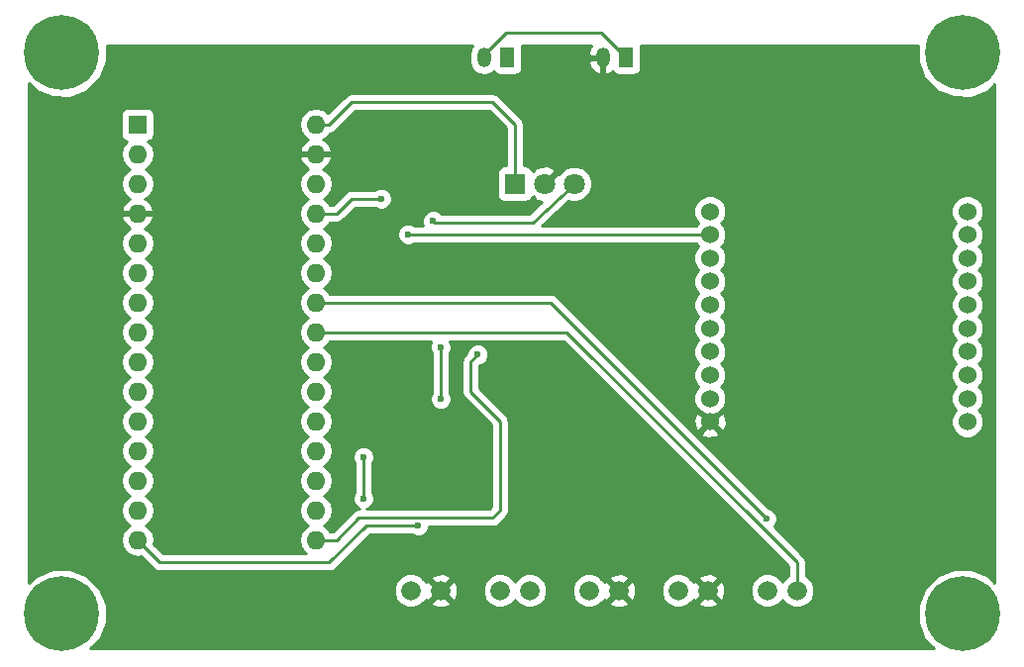
<source format=gbl>
G04 #@! TF.FileFunction,Copper,L2,Bot,Signal*
%FSLAX46Y46*%
G04 Gerber Fmt 4.6, Leading zero omitted, Abs format (unit mm)*
G04 Created by KiCad (PCBNEW 4.0.7) date 05/09/18 21:31:48*
%MOMM*%
%LPD*%
G01*
G04 APERTURE LIST*
%ADD10C,0.100000*%
%ADD11C,6.400000*%
%ADD12R,1.600000X1.600000*%
%ADD13O,1.600000X1.600000*%
%ADD14C,1.800000*%
%ADD15R,1.800000X1.800000*%
%ADD16C,1.524000*%
%ADD17R,1.200000X1.700000*%
%ADD18O,1.200000X1.700000*%
%ADD19C,1.670000*%
%ADD20C,0.600000*%
%ADD21C,0.250000*%
%ADD22C,0.254000*%
G04 APERTURE END LIST*
D10*
D11*
X87000000Y-98000000D03*
X87000000Y-146000000D03*
X164000000Y-146000000D03*
D12*
X93472000Y-104140000D03*
D13*
X108712000Y-137160000D03*
X93472000Y-106680000D03*
X108712000Y-134620000D03*
X93472000Y-109220000D03*
X108712000Y-132080000D03*
X93472000Y-111760000D03*
X108712000Y-129540000D03*
X93472000Y-114300000D03*
X108712000Y-127000000D03*
X93472000Y-116840000D03*
X108712000Y-124460000D03*
X93472000Y-119380000D03*
X108712000Y-121920000D03*
X93472000Y-121920000D03*
X108712000Y-119380000D03*
X93472000Y-124460000D03*
X108712000Y-116840000D03*
X93472000Y-127000000D03*
X108712000Y-114300000D03*
X93472000Y-129540000D03*
X108712000Y-111760000D03*
X93472000Y-132080000D03*
X108712000Y-109220000D03*
X93472000Y-134620000D03*
X108712000Y-106680000D03*
X93472000Y-137160000D03*
X108712000Y-104140000D03*
X93472000Y-139700000D03*
X108712000Y-139700000D03*
D14*
X130810000Y-109220000D03*
D15*
X125730000Y-109220000D03*
D14*
X128270000Y-109220000D03*
D16*
X142417800Y-111572040D03*
X142417800Y-113573560D03*
X142417800Y-115572540D03*
X142417800Y-117574060D03*
X142417800Y-119573040D03*
X142417800Y-121572020D03*
X142417800Y-123573540D03*
X142417800Y-125572520D03*
X142417800Y-127574040D03*
X142417800Y-129573020D03*
X164414200Y-129573020D03*
X164414200Y-127574040D03*
X164414200Y-125572520D03*
X164414200Y-123573540D03*
X164414200Y-121572020D03*
X164414200Y-119573040D03*
X164414200Y-117574060D03*
X164414200Y-115572540D03*
X164414200Y-113573560D03*
X164414200Y-111572040D03*
D11*
X164000000Y-98000000D03*
D17*
X125095000Y-98425000D03*
D18*
X123095000Y-98425000D03*
D17*
X135255000Y-98425000D03*
D18*
X133255000Y-98425000D03*
D19*
X149860000Y-144018000D03*
X147320000Y-144018000D03*
X134620000Y-144018000D03*
X132080000Y-144018000D03*
X127000000Y-144018000D03*
X124460000Y-144018000D03*
X142240000Y-144018000D03*
X139700000Y-144018000D03*
X119380000Y-144018000D03*
X116840000Y-144018000D03*
D20*
X133985000Y-127000000D03*
X128905000Y-127000000D03*
X135382000Y-114554000D03*
X135382000Y-117348000D03*
X135382000Y-120396000D03*
X112395000Y-116205000D03*
X120396000Y-118110000D03*
X122428000Y-130556000D03*
X117348000Y-128016000D03*
X111760000Y-135636000D03*
X127000000Y-115824000D03*
X139700000Y-116205000D03*
X111125000Y-113030000D03*
X116586000Y-113538000D03*
X147256500Y-137858500D03*
X117475000Y-138430000D03*
X122555000Y-123825000D03*
X119380000Y-123190000D03*
X119380000Y-127635000D03*
X118745000Y-112395000D03*
X112776000Y-132588000D03*
X112776000Y-136144000D03*
X114300000Y-110490000D03*
D21*
X116621560Y-113573560D02*
X142417800Y-113573560D01*
X116586000Y-113538000D02*
X116621560Y-113573560D01*
X108712000Y-104140000D02*
X109855000Y-104140000D01*
X125730000Y-104140000D02*
X125730000Y-109220000D01*
X123825000Y-102235000D02*
X125730000Y-104140000D01*
X111760000Y-102235000D02*
X123825000Y-102235000D01*
X109855000Y-104140000D02*
X111760000Y-102235000D01*
X147320000Y-139065000D02*
X149860000Y-141605000D01*
X108712000Y-121920000D02*
X125730000Y-121920000D01*
X130175000Y-121920000D02*
X147320000Y-139065000D01*
X125730000Y-121920000D02*
X130175000Y-121920000D01*
X149860000Y-141605000D02*
X149860000Y-143510000D01*
X128778000Y-119380000D02*
X147256500Y-137858500D01*
X108712000Y-119380000D02*
X128778000Y-119380000D01*
X95377000Y-141605000D02*
X93472000Y-139700000D01*
X109855000Y-141605000D02*
X95377000Y-141605000D01*
X113030000Y-138430000D02*
X109855000Y-141605000D01*
X117475000Y-138430000D02*
X113030000Y-138430000D01*
X123825000Y-137795000D02*
X124460000Y-137160000D01*
X124460000Y-137160000D02*
X124460000Y-129540000D01*
X124460000Y-129540000D02*
X123190000Y-128270000D01*
X123825000Y-137795000D02*
X118745000Y-137795000D01*
X121920000Y-127000000D02*
X121920000Y-124460000D01*
X123190000Y-128270000D02*
X121920000Y-127000000D01*
X121920000Y-124460000D02*
X122555000Y-123825000D01*
X110490000Y-139700000D02*
X108712000Y-139700000D01*
X118745000Y-137795000D02*
X112395000Y-137795000D01*
X112395000Y-137795000D02*
X110490000Y-139700000D01*
X119380000Y-127635000D02*
X119380000Y-123190000D01*
X118872000Y-112522000D02*
X118745000Y-112395000D01*
X118872000Y-112522000D02*
X127254000Y-112522000D01*
X118872000Y-112522000D02*
X118872000Y-112522000D01*
X127254000Y-112522000D02*
X130810000Y-109220000D01*
X112776000Y-136144000D02*
X112776000Y-132588000D01*
X108712000Y-111760000D02*
X110490000Y-111760000D01*
X110490000Y-111760000D02*
X111760000Y-110490000D01*
X111760000Y-110490000D02*
X114300000Y-110490000D01*
X123095000Y-98425000D02*
X123095000Y-98139000D01*
X123095000Y-98139000D02*
X124968000Y-96266000D01*
X124968000Y-96266000D02*
X133096000Y-96266000D01*
X133096000Y-96266000D02*
X135255000Y-98425000D01*
D22*
G36*
X121954009Y-97673293D02*
X121860000Y-98145907D01*
X121860000Y-98704093D01*
X121954009Y-99176707D01*
X122221723Y-99577370D01*
X122622386Y-99845084D01*
X123095000Y-99939093D01*
X123567614Y-99845084D01*
X123944996Y-99592926D01*
X124030910Y-99726441D01*
X124243110Y-99871431D01*
X124495000Y-99922440D01*
X125695000Y-99922440D01*
X125930317Y-99878162D01*
X126146441Y-99739090D01*
X126291431Y-99526890D01*
X126342440Y-99275000D01*
X126342440Y-98747696D01*
X132009744Y-98747696D01*
X132132353Y-99218701D01*
X132425875Y-99606933D01*
X132845624Y-99853286D01*
X132937391Y-99868462D01*
X133128000Y-99743731D01*
X133128000Y-98552000D01*
X132172453Y-98552000D01*
X132009744Y-98747696D01*
X126342440Y-98747696D01*
X126342440Y-97575000D01*
X126311205Y-97409000D01*
X132300422Y-97409000D01*
X132132353Y-97631299D01*
X132009744Y-98102304D01*
X132172453Y-98298000D01*
X133128000Y-98298000D01*
X133128000Y-98278000D01*
X133382000Y-98278000D01*
X133382000Y-98298000D01*
X133402000Y-98298000D01*
X133402000Y-98552000D01*
X133382000Y-98552000D01*
X133382000Y-99743731D01*
X133572609Y-99868462D01*
X133664376Y-99853286D01*
X134084125Y-99606933D01*
X134100269Y-99585580D01*
X134190910Y-99726441D01*
X134403110Y-99871431D01*
X134655000Y-99922440D01*
X135855000Y-99922440D01*
X136090317Y-99878162D01*
X136306441Y-99739090D01*
X136451431Y-99526890D01*
X136502440Y-99275000D01*
X136502440Y-97575000D01*
X136471205Y-97409000D01*
X160165514Y-97409000D01*
X160164336Y-98759482D01*
X160746950Y-100169515D01*
X161824811Y-101249259D01*
X163233825Y-101834333D01*
X164759482Y-101835664D01*
X166169515Y-101253050D01*
X166751000Y-100672579D01*
X166751000Y-143327558D01*
X166175189Y-142750741D01*
X164766175Y-142165667D01*
X163240518Y-142164336D01*
X161830485Y-142746950D01*
X160750741Y-143824811D01*
X160165667Y-145233825D01*
X160164336Y-146759482D01*
X160746950Y-148169515D01*
X161547037Y-148971000D01*
X89452058Y-148971000D01*
X90249259Y-148175189D01*
X90834333Y-146766175D01*
X90835664Y-145240518D01*
X90450818Y-144309118D01*
X115369745Y-144309118D01*
X115593068Y-144849600D01*
X116006225Y-145263479D01*
X116546316Y-145487744D01*
X117131118Y-145488255D01*
X117671600Y-145264932D01*
X117885810Y-145051095D01*
X118526510Y-145051095D01*
X118604942Y-145300842D01*
X119154861Y-145499793D01*
X119739057Y-145473156D01*
X120155058Y-145300842D01*
X120233490Y-145051095D01*
X119380000Y-144197605D01*
X118526510Y-145051095D01*
X117885810Y-145051095D01*
X118085479Y-144851775D01*
X118108395Y-144796587D01*
X118346905Y-144871490D01*
X119200395Y-144018000D01*
X119559605Y-144018000D01*
X120413095Y-144871490D01*
X120662842Y-144793058D01*
X120837922Y-144309118D01*
X122989745Y-144309118D01*
X123213068Y-144849600D01*
X123626225Y-145263479D01*
X124166316Y-145487744D01*
X124751118Y-145488255D01*
X125291600Y-145264932D01*
X125705479Y-144851775D01*
X125729783Y-144793245D01*
X125753068Y-144849600D01*
X126166225Y-145263479D01*
X126706316Y-145487744D01*
X127291118Y-145488255D01*
X127831600Y-145264932D01*
X128245479Y-144851775D01*
X128469744Y-144311684D01*
X128469746Y-144309118D01*
X130609745Y-144309118D01*
X130833068Y-144849600D01*
X131246225Y-145263479D01*
X131786316Y-145487744D01*
X132371118Y-145488255D01*
X132911600Y-145264932D01*
X133125810Y-145051095D01*
X133766510Y-145051095D01*
X133844942Y-145300842D01*
X134394861Y-145499793D01*
X134979057Y-145473156D01*
X135395058Y-145300842D01*
X135473490Y-145051095D01*
X134620000Y-144197605D01*
X133766510Y-145051095D01*
X133125810Y-145051095D01*
X133325479Y-144851775D01*
X133348395Y-144796587D01*
X133586905Y-144871490D01*
X134440395Y-144018000D01*
X134799605Y-144018000D01*
X135653095Y-144871490D01*
X135902842Y-144793058D01*
X136077922Y-144309118D01*
X138229745Y-144309118D01*
X138453068Y-144849600D01*
X138866225Y-145263479D01*
X139406316Y-145487744D01*
X139991118Y-145488255D01*
X140531600Y-145264932D01*
X140745810Y-145051095D01*
X141386510Y-145051095D01*
X141464942Y-145300842D01*
X142014861Y-145499793D01*
X142599057Y-145473156D01*
X143015058Y-145300842D01*
X143093490Y-145051095D01*
X142240000Y-144197605D01*
X141386510Y-145051095D01*
X140745810Y-145051095D01*
X140945479Y-144851775D01*
X140968395Y-144796587D01*
X141206905Y-144871490D01*
X142060395Y-144018000D01*
X142419605Y-144018000D01*
X143273095Y-144871490D01*
X143522842Y-144793058D01*
X143721793Y-144243139D01*
X143695156Y-143658943D01*
X143522842Y-143242942D01*
X143273095Y-143164510D01*
X142419605Y-144018000D01*
X142060395Y-144018000D01*
X141206905Y-143164510D01*
X140968786Y-143239290D01*
X140946932Y-143186400D01*
X140745789Y-142984905D01*
X141386510Y-142984905D01*
X142240000Y-143838395D01*
X143093490Y-142984905D01*
X143015058Y-142735158D01*
X142465139Y-142536207D01*
X141880943Y-142562844D01*
X141464942Y-142735158D01*
X141386510Y-142984905D01*
X140745789Y-142984905D01*
X140533775Y-142772521D01*
X139993684Y-142548256D01*
X139408882Y-142547745D01*
X138868400Y-142771068D01*
X138454521Y-143184225D01*
X138230256Y-143724316D01*
X138229745Y-144309118D01*
X136077922Y-144309118D01*
X136101793Y-144243139D01*
X136075156Y-143658943D01*
X135902842Y-143242942D01*
X135653095Y-143164510D01*
X134799605Y-144018000D01*
X134440395Y-144018000D01*
X133586905Y-143164510D01*
X133348786Y-143239290D01*
X133326932Y-143186400D01*
X133125789Y-142984905D01*
X133766510Y-142984905D01*
X134620000Y-143838395D01*
X135473490Y-142984905D01*
X135395058Y-142735158D01*
X134845139Y-142536207D01*
X134260943Y-142562844D01*
X133844942Y-142735158D01*
X133766510Y-142984905D01*
X133125789Y-142984905D01*
X132913775Y-142772521D01*
X132373684Y-142548256D01*
X131788882Y-142547745D01*
X131248400Y-142771068D01*
X130834521Y-143184225D01*
X130610256Y-143724316D01*
X130609745Y-144309118D01*
X128469746Y-144309118D01*
X128470255Y-143726882D01*
X128246932Y-143186400D01*
X127833775Y-142772521D01*
X127293684Y-142548256D01*
X126708882Y-142547745D01*
X126168400Y-142771068D01*
X125754521Y-143184225D01*
X125730217Y-143242755D01*
X125706932Y-143186400D01*
X125293775Y-142772521D01*
X124753684Y-142548256D01*
X124168882Y-142547745D01*
X123628400Y-142771068D01*
X123214521Y-143184225D01*
X122990256Y-143724316D01*
X122989745Y-144309118D01*
X120837922Y-144309118D01*
X120861793Y-144243139D01*
X120835156Y-143658943D01*
X120662842Y-143242942D01*
X120413095Y-143164510D01*
X119559605Y-144018000D01*
X119200395Y-144018000D01*
X118346905Y-143164510D01*
X118108786Y-143239290D01*
X118086932Y-143186400D01*
X117885789Y-142984905D01*
X118526510Y-142984905D01*
X119380000Y-143838395D01*
X120233490Y-142984905D01*
X120155058Y-142735158D01*
X119605139Y-142536207D01*
X119020943Y-142562844D01*
X118604942Y-142735158D01*
X118526510Y-142984905D01*
X117885789Y-142984905D01*
X117673775Y-142772521D01*
X117133684Y-142548256D01*
X116548882Y-142547745D01*
X116008400Y-142771068D01*
X115594521Y-143184225D01*
X115370256Y-143724316D01*
X115369745Y-144309118D01*
X90450818Y-144309118D01*
X90253050Y-143830485D01*
X89175189Y-142750741D01*
X87766175Y-142165667D01*
X86240518Y-142164336D01*
X84830485Y-142746950D01*
X84201000Y-143375337D01*
X84201000Y-114300000D01*
X92008887Y-114300000D01*
X92118120Y-114849151D01*
X92429189Y-115314698D01*
X92811275Y-115570000D01*
X92429189Y-115825302D01*
X92118120Y-116290849D01*
X92008887Y-116840000D01*
X92118120Y-117389151D01*
X92429189Y-117854698D01*
X92811275Y-118110000D01*
X92429189Y-118365302D01*
X92118120Y-118830849D01*
X92008887Y-119380000D01*
X92118120Y-119929151D01*
X92429189Y-120394698D01*
X92811275Y-120650000D01*
X92429189Y-120905302D01*
X92118120Y-121370849D01*
X92008887Y-121920000D01*
X92118120Y-122469151D01*
X92429189Y-122934698D01*
X92811275Y-123190000D01*
X92429189Y-123445302D01*
X92118120Y-123910849D01*
X92008887Y-124460000D01*
X92118120Y-125009151D01*
X92429189Y-125474698D01*
X92811275Y-125730000D01*
X92429189Y-125985302D01*
X92118120Y-126450849D01*
X92008887Y-127000000D01*
X92118120Y-127549151D01*
X92429189Y-128014698D01*
X92811275Y-128270000D01*
X92429189Y-128525302D01*
X92118120Y-128990849D01*
X92008887Y-129540000D01*
X92118120Y-130089151D01*
X92429189Y-130554698D01*
X92811275Y-130810000D01*
X92429189Y-131065302D01*
X92118120Y-131530849D01*
X92008887Y-132080000D01*
X92118120Y-132629151D01*
X92429189Y-133094698D01*
X92811275Y-133350000D01*
X92429189Y-133605302D01*
X92118120Y-134070849D01*
X92008887Y-134620000D01*
X92118120Y-135169151D01*
X92429189Y-135634698D01*
X92811275Y-135890000D01*
X92429189Y-136145302D01*
X92118120Y-136610849D01*
X92008887Y-137160000D01*
X92118120Y-137709151D01*
X92429189Y-138174698D01*
X92811275Y-138430000D01*
X92429189Y-138685302D01*
X92118120Y-139150849D01*
X92008887Y-139700000D01*
X92118120Y-140249151D01*
X92429189Y-140714698D01*
X92894736Y-141025767D01*
X93443887Y-141135000D01*
X93500113Y-141135000D01*
X93777102Y-141079904D01*
X94839599Y-142142401D01*
X95086161Y-142307148D01*
X95377000Y-142365000D01*
X109855000Y-142365000D01*
X110145839Y-142307148D01*
X110392401Y-142142401D01*
X113344802Y-139190000D01*
X116912537Y-139190000D01*
X116944673Y-139222192D01*
X117288201Y-139364838D01*
X117660167Y-139365162D01*
X118003943Y-139223117D01*
X118267192Y-138960327D01*
X118409838Y-138616799D01*
X118409892Y-138555000D01*
X123825000Y-138555000D01*
X124115839Y-138497148D01*
X124362401Y-138332401D01*
X124997401Y-137697401D01*
X125162148Y-137450839D01*
X125220000Y-137160000D01*
X125220000Y-129540000D01*
X125185254Y-129365322D01*
X125162148Y-129249160D01*
X124997401Y-129002599D01*
X122680000Y-126685198D01*
X122680000Y-124774802D01*
X122694680Y-124760122D01*
X122740167Y-124760162D01*
X123083943Y-124618117D01*
X123347192Y-124355327D01*
X123489838Y-124011799D01*
X123490162Y-123639833D01*
X123348117Y-123296057D01*
X123085327Y-123032808D01*
X122741799Y-122890162D01*
X122369833Y-122889838D01*
X122026057Y-123031883D01*
X121762808Y-123294673D01*
X121620162Y-123638201D01*
X121620121Y-123685077D01*
X121382599Y-123922599D01*
X121217852Y-124169161D01*
X121160000Y-124460000D01*
X121160000Y-127000000D01*
X121217852Y-127290839D01*
X121382599Y-127537401D01*
X123700000Y-129854802D01*
X123700000Y-136845198D01*
X123510198Y-137035000D01*
X113068047Y-137035000D01*
X113304943Y-136937117D01*
X113568192Y-136674327D01*
X113710838Y-136330799D01*
X113711162Y-135958833D01*
X113569117Y-135615057D01*
X113536000Y-135581882D01*
X113536000Y-133150463D01*
X113568192Y-133118327D01*
X113710838Y-132774799D01*
X113711162Y-132402833D01*
X113569117Y-132059057D01*
X113306327Y-131795808D01*
X112962799Y-131653162D01*
X112590833Y-131652838D01*
X112247057Y-131794883D01*
X111983808Y-132057673D01*
X111841162Y-132401201D01*
X111840838Y-132773167D01*
X111982883Y-133116943D01*
X112016000Y-133150118D01*
X112016000Y-135581537D01*
X111983808Y-135613673D01*
X111841162Y-135957201D01*
X111840838Y-136329167D01*
X111982883Y-136672943D01*
X112245673Y-136936192D01*
X112483628Y-137035000D01*
X112395000Y-137035000D01*
X112104161Y-137092852D01*
X111857599Y-137257599D01*
X110175198Y-138940000D01*
X109924995Y-138940000D01*
X109754811Y-138685302D01*
X109372725Y-138430000D01*
X109754811Y-138174698D01*
X110065880Y-137709151D01*
X110175113Y-137160000D01*
X110065880Y-136610849D01*
X109754811Y-136145302D01*
X109372725Y-135890000D01*
X109754811Y-135634698D01*
X110065880Y-135169151D01*
X110175113Y-134620000D01*
X110065880Y-134070849D01*
X109754811Y-133605302D01*
X109372725Y-133350000D01*
X109754811Y-133094698D01*
X110065880Y-132629151D01*
X110175113Y-132080000D01*
X110065880Y-131530849D01*
X109754811Y-131065302D01*
X109372725Y-130810000D01*
X109754811Y-130554698D01*
X110065880Y-130089151D01*
X110175113Y-129540000D01*
X110065880Y-128990849D01*
X109754811Y-128525302D01*
X109372725Y-128270000D01*
X109754811Y-128014698D01*
X110065880Y-127549151D01*
X110175113Y-127000000D01*
X110065880Y-126450849D01*
X109754811Y-125985302D01*
X109372725Y-125730000D01*
X109754811Y-125474698D01*
X110065880Y-125009151D01*
X110175113Y-124460000D01*
X110065880Y-123910849D01*
X109754811Y-123445302D01*
X109372725Y-123190000D01*
X109754811Y-122934698D01*
X109924995Y-122680000D01*
X118579367Y-122680000D01*
X118445162Y-123003201D01*
X118444838Y-123375167D01*
X118586883Y-123718943D01*
X118620000Y-123752118D01*
X118620000Y-127072537D01*
X118587808Y-127104673D01*
X118445162Y-127448201D01*
X118444838Y-127820167D01*
X118586883Y-128163943D01*
X118849673Y-128427192D01*
X119193201Y-128569838D01*
X119565167Y-128570162D01*
X119908943Y-128428117D01*
X120172192Y-128165327D01*
X120314838Y-127821799D01*
X120315162Y-127449833D01*
X120173117Y-127106057D01*
X120140000Y-127072882D01*
X120140000Y-123752463D01*
X120172192Y-123720327D01*
X120314838Y-123376799D01*
X120315162Y-123004833D01*
X120180944Y-122680000D01*
X129860198Y-122680000D01*
X149100000Y-141919802D01*
X149100000Y-142741483D01*
X149028400Y-142771068D01*
X148614521Y-143184225D01*
X148590217Y-143242755D01*
X148566932Y-143186400D01*
X148153775Y-142772521D01*
X147613684Y-142548256D01*
X147028882Y-142547745D01*
X146488400Y-142771068D01*
X146074521Y-143184225D01*
X145850256Y-143724316D01*
X145849745Y-144309118D01*
X146073068Y-144849600D01*
X146486225Y-145263479D01*
X147026316Y-145487744D01*
X147611118Y-145488255D01*
X148151600Y-145264932D01*
X148565479Y-144851775D01*
X148589783Y-144793245D01*
X148613068Y-144849600D01*
X149026225Y-145263479D01*
X149566316Y-145487744D01*
X150151118Y-145488255D01*
X150691600Y-145264932D01*
X151105479Y-144851775D01*
X151329744Y-144311684D01*
X151330255Y-143726882D01*
X151106932Y-143186400D01*
X150693775Y-142772521D01*
X150620000Y-142741887D01*
X150620000Y-141605000D01*
X150562148Y-141314161D01*
X150562148Y-141314160D01*
X150397401Y-141067599D01*
X147883517Y-138553715D01*
X148048692Y-138388827D01*
X148191338Y-138045299D01*
X148191662Y-137673333D01*
X148049617Y-137329557D01*
X147786827Y-137066308D01*
X147443299Y-136923662D01*
X147396423Y-136923621D01*
X141026035Y-130553233D01*
X141617192Y-130553233D01*
X141686657Y-130795417D01*
X142210102Y-130982164D01*
X142765168Y-130954382D01*
X143148943Y-130795417D01*
X143218408Y-130553233D01*
X142417800Y-129752625D01*
X141617192Y-130553233D01*
X141026035Y-130553233D01*
X139838124Y-129365322D01*
X141008656Y-129365322D01*
X141036438Y-129920388D01*
X141195403Y-130304163D01*
X141437587Y-130373628D01*
X142238195Y-129573020D01*
X142597405Y-129573020D01*
X143398013Y-130373628D01*
X143640197Y-130304163D01*
X143826944Y-129780718D01*
X143799162Y-129225652D01*
X143640197Y-128841877D01*
X143398013Y-128772412D01*
X142597405Y-129573020D01*
X142238195Y-129573020D01*
X141437587Y-128772412D01*
X141195403Y-128841877D01*
X141008656Y-129365322D01*
X139838124Y-129365322D01*
X129315401Y-118842599D01*
X129068839Y-118677852D01*
X128778000Y-118620000D01*
X109924995Y-118620000D01*
X109754811Y-118365302D01*
X109372725Y-118110000D01*
X109754811Y-117854698D01*
X110065880Y-117389151D01*
X110175113Y-116840000D01*
X110065880Y-116290849D01*
X109754811Y-115825302D01*
X109372725Y-115570000D01*
X109754811Y-115314698D01*
X110065880Y-114849151D01*
X110175113Y-114300000D01*
X110065880Y-113750849D01*
X109754811Y-113285302D01*
X109372725Y-113030000D01*
X109754811Y-112774698D01*
X109924995Y-112520000D01*
X110490000Y-112520000D01*
X110780839Y-112462148D01*
X111027401Y-112297401D01*
X112074802Y-111250000D01*
X113737537Y-111250000D01*
X113769673Y-111282192D01*
X114113201Y-111424838D01*
X114485167Y-111425162D01*
X114828943Y-111283117D01*
X115092192Y-111020327D01*
X115234838Y-110676799D01*
X115235162Y-110304833D01*
X115093117Y-109961057D01*
X114830327Y-109697808D01*
X114486799Y-109555162D01*
X114114833Y-109554838D01*
X113771057Y-109696883D01*
X113737882Y-109730000D01*
X111760000Y-109730000D01*
X111469160Y-109787852D01*
X111222599Y-109952599D01*
X110175198Y-111000000D01*
X109924995Y-111000000D01*
X109754811Y-110745302D01*
X109372725Y-110490000D01*
X109754811Y-110234698D01*
X110065880Y-109769151D01*
X110175113Y-109220000D01*
X110065880Y-108670849D01*
X109754811Y-108205302D01*
X109350297Y-107935014D01*
X109567134Y-107832389D01*
X109943041Y-107417423D01*
X110103904Y-107029039D01*
X109981915Y-106807000D01*
X108839000Y-106807000D01*
X108839000Y-106827000D01*
X108585000Y-106827000D01*
X108585000Y-106807000D01*
X107442085Y-106807000D01*
X107320096Y-107029039D01*
X107480959Y-107417423D01*
X107856866Y-107832389D01*
X108073703Y-107935014D01*
X107669189Y-108205302D01*
X107358120Y-108670849D01*
X107248887Y-109220000D01*
X107358120Y-109769151D01*
X107669189Y-110234698D01*
X108051275Y-110490000D01*
X107669189Y-110745302D01*
X107358120Y-111210849D01*
X107248887Y-111760000D01*
X107358120Y-112309151D01*
X107669189Y-112774698D01*
X108051275Y-113030000D01*
X107669189Y-113285302D01*
X107358120Y-113750849D01*
X107248887Y-114300000D01*
X107358120Y-114849151D01*
X107669189Y-115314698D01*
X108051275Y-115570000D01*
X107669189Y-115825302D01*
X107358120Y-116290849D01*
X107248887Y-116840000D01*
X107358120Y-117389151D01*
X107669189Y-117854698D01*
X108051275Y-118110000D01*
X107669189Y-118365302D01*
X107358120Y-118830849D01*
X107248887Y-119380000D01*
X107358120Y-119929151D01*
X107669189Y-120394698D01*
X108051275Y-120650000D01*
X107669189Y-120905302D01*
X107358120Y-121370849D01*
X107248887Y-121920000D01*
X107358120Y-122469151D01*
X107669189Y-122934698D01*
X108051275Y-123190000D01*
X107669189Y-123445302D01*
X107358120Y-123910849D01*
X107248887Y-124460000D01*
X107358120Y-125009151D01*
X107669189Y-125474698D01*
X108051275Y-125730000D01*
X107669189Y-125985302D01*
X107358120Y-126450849D01*
X107248887Y-127000000D01*
X107358120Y-127549151D01*
X107669189Y-128014698D01*
X108051275Y-128270000D01*
X107669189Y-128525302D01*
X107358120Y-128990849D01*
X107248887Y-129540000D01*
X107358120Y-130089151D01*
X107669189Y-130554698D01*
X108051275Y-130810000D01*
X107669189Y-131065302D01*
X107358120Y-131530849D01*
X107248887Y-132080000D01*
X107358120Y-132629151D01*
X107669189Y-133094698D01*
X108051275Y-133350000D01*
X107669189Y-133605302D01*
X107358120Y-134070849D01*
X107248887Y-134620000D01*
X107358120Y-135169151D01*
X107669189Y-135634698D01*
X108051275Y-135890000D01*
X107669189Y-136145302D01*
X107358120Y-136610849D01*
X107248887Y-137160000D01*
X107358120Y-137709151D01*
X107669189Y-138174698D01*
X108051275Y-138430000D01*
X107669189Y-138685302D01*
X107358120Y-139150849D01*
X107248887Y-139700000D01*
X107358120Y-140249151D01*
X107669189Y-140714698D01*
X107864199Y-140845000D01*
X95691802Y-140845000D01*
X94870688Y-140023886D01*
X94935113Y-139700000D01*
X94825880Y-139150849D01*
X94514811Y-138685302D01*
X94132725Y-138430000D01*
X94514811Y-138174698D01*
X94825880Y-137709151D01*
X94935113Y-137160000D01*
X94825880Y-136610849D01*
X94514811Y-136145302D01*
X94132725Y-135890000D01*
X94514811Y-135634698D01*
X94825880Y-135169151D01*
X94935113Y-134620000D01*
X94825880Y-134070849D01*
X94514811Y-133605302D01*
X94132725Y-133350000D01*
X94514811Y-133094698D01*
X94825880Y-132629151D01*
X94935113Y-132080000D01*
X94825880Y-131530849D01*
X94514811Y-131065302D01*
X94132725Y-130810000D01*
X94514811Y-130554698D01*
X94825880Y-130089151D01*
X94935113Y-129540000D01*
X94825880Y-128990849D01*
X94514811Y-128525302D01*
X94132725Y-128270000D01*
X94514811Y-128014698D01*
X94825880Y-127549151D01*
X94935113Y-127000000D01*
X94825880Y-126450849D01*
X94514811Y-125985302D01*
X94132725Y-125730000D01*
X94514811Y-125474698D01*
X94825880Y-125009151D01*
X94935113Y-124460000D01*
X94825880Y-123910849D01*
X94514811Y-123445302D01*
X94132725Y-123190000D01*
X94514811Y-122934698D01*
X94825880Y-122469151D01*
X94935113Y-121920000D01*
X94825880Y-121370849D01*
X94514811Y-120905302D01*
X94132725Y-120650000D01*
X94514811Y-120394698D01*
X94825880Y-119929151D01*
X94935113Y-119380000D01*
X94825880Y-118830849D01*
X94514811Y-118365302D01*
X94132725Y-118110000D01*
X94514811Y-117854698D01*
X94825880Y-117389151D01*
X94935113Y-116840000D01*
X94825880Y-116290849D01*
X94514811Y-115825302D01*
X94132725Y-115570000D01*
X94514811Y-115314698D01*
X94825880Y-114849151D01*
X94935113Y-114300000D01*
X94825880Y-113750849D01*
X94514811Y-113285302D01*
X94110297Y-113015014D01*
X94327134Y-112912389D01*
X94703041Y-112497423D01*
X94863904Y-112109039D01*
X94741915Y-111887000D01*
X93599000Y-111887000D01*
X93599000Y-111907000D01*
X93345000Y-111907000D01*
X93345000Y-111887000D01*
X92202085Y-111887000D01*
X92080096Y-112109039D01*
X92240959Y-112497423D01*
X92616866Y-112912389D01*
X92833703Y-113015014D01*
X92429189Y-113285302D01*
X92118120Y-113750849D01*
X92008887Y-114300000D01*
X84201000Y-114300000D01*
X84201000Y-106680000D01*
X92008887Y-106680000D01*
X92118120Y-107229151D01*
X92429189Y-107694698D01*
X92811275Y-107950000D01*
X92429189Y-108205302D01*
X92118120Y-108670849D01*
X92008887Y-109220000D01*
X92118120Y-109769151D01*
X92429189Y-110234698D01*
X92833703Y-110504986D01*
X92616866Y-110607611D01*
X92240959Y-111022577D01*
X92080096Y-111410961D01*
X92202085Y-111633000D01*
X93345000Y-111633000D01*
X93345000Y-111613000D01*
X93599000Y-111613000D01*
X93599000Y-111633000D01*
X94741915Y-111633000D01*
X94863904Y-111410961D01*
X94703041Y-111022577D01*
X94327134Y-110607611D01*
X94110297Y-110504986D01*
X94514811Y-110234698D01*
X94825880Y-109769151D01*
X94935113Y-109220000D01*
X94825880Y-108670849D01*
X94514811Y-108205302D01*
X94132725Y-107950000D01*
X94514811Y-107694698D01*
X94825880Y-107229151D01*
X94935113Y-106680000D01*
X94825880Y-106130849D01*
X94514811Y-105665302D01*
X94370535Y-105568899D01*
X94507317Y-105543162D01*
X94723441Y-105404090D01*
X94868431Y-105191890D01*
X94919440Y-104940000D01*
X94919440Y-104140000D01*
X107248887Y-104140000D01*
X107358120Y-104689151D01*
X107669189Y-105154698D01*
X108073703Y-105424986D01*
X107856866Y-105527611D01*
X107480959Y-105942577D01*
X107320096Y-106330961D01*
X107442085Y-106553000D01*
X108585000Y-106553000D01*
X108585000Y-106533000D01*
X108839000Y-106533000D01*
X108839000Y-106553000D01*
X109981915Y-106553000D01*
X110103904Y-106330961D01*
X109943041Y-105942577D01*
X109567134Y-105527611D01*
X109350297Y-105424986D01*
X109754811Y-105154698D01*
X109935724Y-104883943D01*
X110145839Y-104842148D01*
X110392401Y-104677401D01*
X112074802Y-102995000D01*
X123510198Y-102995000D01*
X124970000Y-104454802D01*
X124970000Y-107672560D01*
X124830000Y-107672560D01*
X124594683Y-107716838D01*
X124378559Y-107855910D01*
X124233569Y-108068110D01*
X124182560Y-108320000D01*
X124182560Y-110120000D01*
X124226838Y-110355317D01*
X124365910Y-110571441D01*
X124578110Y-110716431D01*
X124830000Y-110767440D01*
X126630000Y-110767440D01*
X126865317Y-110723162D01*
X127081441Y-110584090D01*
X127220598Y-110380426D01*
X127254890Y-110414718D01*
X127369447Y-110300161D01*
X127455852Y-110556643D01*
X128028146Y-110766023D01*
X126955555Y-111762000D01*
X119434241Y-111762000D01*
X119275327Y-111602808D01*
X118931799Y-111460162D01*
X118559833Y-111459838D01*
X118216057Y-111601883D01*
X117952808Y-111864673D01*
X117810162Y-112208201D01*
X117809838Y-112580167D01*
X117906274Y-112813560D01*
X117183961Y-112813560D01*
X117116327Y-112745808D01*
X116772799Y-112603162D01*
X116400833Y-112602838D01*
X116057057Y-112744883D01*
X115793808Y-113007673D01*
X115651162Y-113351201D01*
X115650838Y-113723167D01*
X115792883Y-114066943D01*
X116055673Y-114330192D01*
X116399201Y-114472838D01*
X116771167Y-114473162D01*
X117109030Y-114333560D01*
X141220269Y-114333560D01*
X141232790Y-114363863D01*
X141441632Y-114573070D01*
X141234171Y-114780170D01*
X141021043Y-115293440D01*
X141020558Y-115849201D01*
X141232790Y-116362843D01*
X141442902Y-116573323D01*
X141234171Y-116781690D01*
X141021043Y-117294960D01*
X141020558Y-117850721D01*
X141232790Y-118364363D01*
X141441632Y-118573570D01*
X141234171Y-118780670D01*
X141021043Y-119293940D01*
X141020558Y-119849701D01*
X141232790Y-120363343D01*
X141441632Y-120572550D01*
X141234171Y-120779650D01*
X141021043Y-121292920D01*
X141020558Y-121848681D01*
X141232790Y-122362323D01*
X141442902Y-122572803D01*
X141234171Y-122781170D01*
X141021043Y-123294440D01*
X141020558Y-123850201D01*
X141232790Y-124363843D01*
X141441632Y-124573050D01*
X141234171Y-124780150D01*
X141021043Y-125293420D01*
X141020558Y-125849181D01*
X141232790Y-126362823D01*
X141442902Y-126573303D01*
X141234171Y-126781670D01*
X141021043Y-127294940D01*
X141020558Y-127850701D01*
X141232790Y-128364343D01*
X141625430Y-128757669D01*
X141893271Y-128868886D01*
X142417800Y-129393415D01*
X142942364Y-128868851D01*
X143208103Y-128759050D01*
X143601429Y-128366410D01*
X143814557Y-127853140D01*
X143815042Y-127297379D01*
X143602810Y-126783737D01*
X143392698Y-126573257D01*
X143601429Y-126364890D01*
X143814557Y-125851620D01*
X143815042Y-125295859D01*
X143602810Y-124782217D01*
X143393968Y-124573010D01*
X143601429Y-124365910D01*
X143814557Y-123852640D01*
X143815042Y-123296879D01*
X143602810Y-122783237D01*
X143392698Y-122572757D01*
X143601429Y-122364390D01*
X143814557Y-121851120D01*
X143815042Y-121295359D01*
X143602810Y-120781717D01*
X143393968Y-120572510D01*
X143601429Y-120365410D01*
X143814557Y-119852140D01*
X143815042Y-119296379D01*
X143602810Y-118782737D01*
X143393968Y-118573530D01*
X143601429Y-118366430D01*
X143814557Y-117853160D01*
X143815042Y-117297399D01*
X143602810Y-116783757D01*
X143392698Y-116573277D01*
X143601429Y-116364910D01*
X143814557Y-115851640D01*
X143815042Y-115295879D01*
X143602810Y-114782237D01*
X143393968Y-114573030D01*
X143601429Y-114365930D01*
X143814557Y-113852660D01*
X143815042Y-113296899D01*
X143602810Y-112783257D01*
X143392698Y-112572777D01*
X143601429Y-112364410D01*
X143814557Y-111851140D01*
X143814559Y-111848701D01*
X163016958Y-111848701D01*
X163229190Y-112362343D01*
X163439302Y-112572823D01*
X163230571Y-112781190D01*
X163017443Y-113294460D01*
X163016958Y-113850221D01*
X163229190Y-114363863D01*
X163438032Y-114573070D01*
X163230571Y-114780170D01*
X163017443Y-115293440D01*
X163016958Y-115849201D01*
X163229190Y-116362843D01*
X163439302Y-116573323D01*
X163230571Y-116781690D01*
X163017443Y-117294960D01*
X163016958Y-117850721D01*
X163229190Y-118364363D01*
X163438032Y-118573570D01*
X163230571Y-118780670D01*
X163017443Y-119293940D01*
X163016958Y-119849701D01*
X163229190Y-120363343D01*
X163438032Y-120572550D01*
X163230571Y-120779650D01*
X163017443Y-121292920D01*
X163016958Y-121848681D01*
X163229190Y-122362323D01*
X163439302Y-122572803D01*
X163230571Y-122781170D01*
X163017443Y-123294440D01*
X163016958Y-123850201D01*
X163229190Y-124363843D01*
X163438032Y-124573050D01*
X163230571Y-124780150D01*
X163017443Y-125293420D01*
X163016958Y-125849181D01*
X163229190Y-126362823D01*
X163439302Y-126573303D01*
X163230571Y-126781670D01*
X163017443Y-127294940D01*
X163016958Y-127850701D01*
X163229190Y-128364343D01*
X163438032Y-128573550D01*
X163230571Y-128780650D01*
X163017443Y-129293920D01*
X163016958Y-129849681D01*
X163229190Y-130363323D01*
X163621830Y-130756649D01*
X164135100Y-130969777D01*
X164690861Y-130970262D01*
X165204503Y-130758030D01*
X165597829Y-130365390D01*
X165810957Y-129852120D01*
X165811442Y-129296359D01*
X165599210Y-128782717D01*
X165390368Y-128573510D01*
X165597829Y-128366410D01*
X165810957Y-127853140D01*
X165811442Y-127297379D01*
X165599210Y-126783737D01*
X165389098Y-126573257D01*
X165597829Y-126364890D01*
X165810957Y-125851620D01*
X165811442Y-125295859D01*
X165599210Y-124782217D01*
X165390368Y-124573010D01*
X165597829Y-124365910D01*
X165810957Y-123852640D01*
X165811442Y-123296879D01*
X165599210Y-122783237D01*
X165389098Y-122572757D01*
X165597829Y-122364390D01*
X165810957Y-121851120D01*
X165811442Y-121295359D01*
X165599210Y-120781717D01*
X165390368Y-120572510D01*
X165597829Y-120365410D01*
X165810957Y-119852140D01*
X165811442Y-119296379D01*
X165599210Y-118782737D01*
X165390368Y-118573530D01*
X165597829Y-118366430D01*
X165810957Y-117853160D01*
X165811442Y-117297399D01*
X165599210Y-116783757D01*
X165389098Y-116573277D01*
X165597829Y-116364910D01*
X165810957Y-115851640D01*
X165811442Y-115295879D01*
X165599210Y-114782237D01*
X165390368Y-114573030D01*
X165597829Y-114365930D01*
X165810957Y-113852660D01*
X165811442Y-113296899D01*
X165599210Y-112783257D01*
X165389098Y-112572777D01*
X165597829Y-112364410D01*
X165810957Y-111851140D01*
X165811442Y-111295379D01*
X165599210Y-110781737D01*
X165206570Y-110388411D01*
X164693300Y-110175283D01*
X164137539Y-110174798D01*
X163623897Y-110387030D01*
X163230571Y-110779670D01*
X163017443Y-111292940D01*
X163016958Y-111848701D01*
X143814559Y-111848701D01*
X143815042Y-111295379D01*
X143602810Y-110781737D01*
X143210170Y-110388411D01*
X142696900Y-110175283D01*
X142141139Y-110174798D01*
X141627497Y-110387030D01*
X141234171Y-110779670D01*
X141021043Y-111292940D01*
X141020558Y-111848701D01*
X141232790Y-112362343D01*
X141442902Y-112572823D01*
X141234171Y-112781190D01*
X141220730Y-112813560D01*
X128056919Y-112813560D01*
X130344944Y-110688965D01*
X130503330Y-110754733D01*
X131113991Y-110755265D01*
X131678371Y-110522068D01*
X132110551Y-110090643D01*
X132344733Y-109526670D01*
X132345265Y-108916009D01*
X132112068Y-108351629D01*
X131680643Y-107919449D01*
X131116670Y-107685267D01*
X130506009Y-107684735D01*
X129941629Y-107917932D01*
X129509449Y-108349357D01*
X129500797Y-108370194D01*
X129350159Y-108319446D01*
X128449605Y-109220000D01*
X128463748Y-109234143D01*
X128284143Y-109413748D01*
X128270000Y-109399605D01*
X128255858Y-109413748D01*
X128076253Y-109234143D01*
X128090395Y-109220000D01*
X128076253Y-109205858D01*
X128255858Y-109026253D01*
X128270000Y-109040395D01*
X129170554Y-108139841D01*
X129084148Y-107883357D01*
X128510664Y-107673542D01*
X127900540Y-107699161D01*
X127455852Y-107883357D01*
X127369447Y-108139839D01*
X127254890Y-108025282D01*
X127218412Y-108061760D01*
X127094090Y-107868559D01*
X126881890Y-107723569D01*
X126630000Y-107672560D01*
X126490000Y-107672560D01*
X126490000Y-104140000D01*
X126432148Y-103849161D01*
X126267401Y-103602599D01*
X124362401Y-101697599D01*
X124115839Y-101532852D01*
X123825000Y-101475000D01*
X111760000Y-101475000D01*
X111469161Y-101532852D01*
X111222599Y-101697599D01*
X109770867Y-103149331D01*
X109754811Y-103125302D01*
X109289264Y-102814233D01*
X108740113Y-102705000D01*
X108683887Y-102705000D01*
X108134736Y-102814233D01*
X107669189Y-103125302D01*
X107358120Y-103590849D01*
X107248887Y-104140000D01*
X94919440Y-104140000D01*
X94919440Y-103340000D01*
X94875162Y-103104683D01*
X94736090Y-102888559D01*
X94523890Y-102743569D01*
X94272000Y-102692560D01*
X92672000Y-102692560D01*
X92436683Y-102736838D01*
X92220559Y-102875910D01*
X92075569Y-103088110D01*
X92024560Y-103340000D01*
X92024560Y-104940000D01*
X92068838Y-105175317D01*
X92207910Y-105391441D01*
X92420110Y-105536431D01*
X92575089Y-105567815D01*
X92429189Y-105665302D01*
X92118120Y-106130849D01*
X92008887Y-106680000D01*
X84201000Y-106680000D01*
X84201000Y-100624358D01*
X84824811Y-101249259D01*
X86233825Y-101834333D01*
X87759482Y-101835664D01*
X89169515Y-101253050D01*
X90249259Y-100175189D01*
X90834333Y-98766175D01*
X90835517Y-97409000D01*
X122130604Y-97409000D01*
X121954009Y-97673293D01*
X121954009Y-97673293D01*
G37*
X121954009Y-97673293D02*
X121860000Y-98145907D01*
X121860000Y-98704093D01*
X121954009Y-99176707D01*
X122221723Y-99577370D01*
X122622386Y-99845084D01*
X123095000Y-99939093D01*
X123567614Y-99845084D01*
X123944996Y-99592926D01*
X124030910Y-99726441D01*
X124243110Y-99871431D01*
X124495000Y-99922440D01*
X125695000Y-99922440D01*
X125930317Y-99878162D01*
X126146441Y-99739090D01*
X126291431Y-99526890D01*
X126342440Y-99275000D01*
X126342440Y-98747696D01*
X132009744Y-98747696D01*
X132132353Y-99218701D01*
X132425875Y-99606933D01*
X132845624Y-99853286D01*
X132937391Y-99868462D01*
X133128000Y-99743731D01*
X133128000Y-98552000D01*
X132172453Y-98552000D01*
X132009744Y-98747696D01*
X126342440Y-98747696D01*
X126342440Y-97575000D01*
X126311205Y-97409000D01*
X132300422Y-97409000D01*
X132132353Y-97631299D01*
X132009744Y-98102304D01*
X132172453Y-98298000D01*
X133128000Y-98298000D01*
X133128000Y-98278000D01*
X133382000Y-98278000D01*
X133382000Y-98298000D01*
X133402000Y-98298000D01*
X133402000Y-98552000D01*
X133382000Y-98552000D01*
X133382000Y-99743731D01*
X133572609Y-99868462D01*
X133664376Y-99853286D01*
X134084125Y-99606933D01*
X134100269Y-99585580D01*
X134190910Y-99726441D01*
X134403110Y-99871431D01*
X134655000Y-99922440D01*
X135855000Y-99922440D01*
X136090317Y-99878162D01*
X136306441Y-99739090D01*
X136451431Y-99526890D01*
X136502440Y-99275000D01*
X136502440Y-97575000D01*
X136471205Y-97409000D01*
X160165514Y-97409000D01*
X160164336Y-98759482D01*
X160746950Y-100169515D01*
X161824811Y-101249259D01*
X163233825Y-101834333D01*
X164759482Y-101835664D01*
X166169515Y-101253050D01*
X166751000Y-100672579D01*
X166751000Y-143327558D01*
X166175189Y-142750741D01*
X164766175Y-142165667D01*
X163240518Y-142164336D01*
X161830485Y-142746950D01*
X160750741Y-143824811D01*
X160165667Y-145233825D01*
X160164336Y-146759482D01*
X160746950Y-148169515D01*
X161547037Y-148971000D01*
X89452058Y-148971000D01*
X90249259Y-148175189D01*
X90834333Y-146766175D01*
X90835664Y-145240518D01*
X90450818Y-144309118D01*
X115369745Y-144309118D01*
X115593068Y-144849600D01*
X116006225Y-145263479D01*
X116546316Y-145487744D01*
X117131118Y-145488255D01*
X117671600Y-145264932D01*
X117885810Y-145051095D01*
X118526510Y-145051095D01*
X118604942Y-145300842D01*
X119154861Y-145499793D01*
X119739057Y-145473156D01*
X120155058Y-145300842D01*
X120233490Y-145051095D01*
X119380000Y-144197605D01*
X118526510Y-145051095D01*
X117885810Y-145051095D01*
X118085479Y-144851775D01*
X118108395Y-144796587D01*
X118346905Y-144871490D01*
X119200395Y-144018000D01*
X119559605Y-144018000D01*
X120413095Y-144871490D01*
X120662842Y-144793058D01*
X120837922Y-144309118D01*
X122989745Y-144309118D01*
X123213068Y-144849600D01*
X123626225Y-145263479D01*
X124166316Y-145487744D01*
X124751118Y-145488255D01*
X125291600Y-145264932D01*
X125705479Y-144851775D01*
X125729783Y-144793245D01*
X125753068Y-144849600D01*
X126166225Y-145263479D01*
X126706316Y-145487744D01*
X127291118Y-145488255D01*
X127831600Y-145264932D01*
X128245479Y-144851775D01*
X128469744Y-144311684D01*
X128469746Y-144309118D01*
X130609745Y-144309118D01*
X130833068Y-144849600D01*
X131246225Y-145263479D01*
X131786316Y-145487744D01*
X132371118Y-145488255D01*
X132911600Y-145264932D01*
X133125810Y-145051095D01*
X133766510Y-145051095D01*
X133844942Y-145300842D01*
X134394861Y-145499793D01*
X134979057Y-145473156D01*
X135395058Y-145300842D01*
X135473490Y-145051095D01*
X134620000Y-144197605D01*
X133766510Y-145051095D01*
X133125810Y-145051095D01*
X133325479Y-144851775D01*
X133348395Y-144796587D01*
X133586905Y-144871490D01*
X134440395Y-144018000D01*
X134799605Y-144018000D01*
X135653095Y-144871490D01*
X135902842Y-144793058D01*
X136077922Y-144309118D01*
X138229745Y-144309118D01*
X138453068Y-144849600D01*
X138866225Y-145263479D01*
X139406316Y-145487744D01*
X139991118Y-145488255D01*
X140531600Y-145264932D01*
X140745810Y-145051095D01*
X141386510Y-145051095D01*
X141464942Y-145300842D01*
X142014861Y-145499793D01*
X142599057Y-145473156D01*
X143015058Y-145300842D01*
X143093490Y-145051095D01*
X142240000Y-144197605D01*
X141386510Y-145051095D01*
X140745810Y-145051095D01*
X140945479Y-144851775D01*
X140968395Y-144796587D01*
X141206905Y-144871490D01*
X142060395Y-144018000D01*
X142419605Y-144018000D01*
X143273095Y-144871490D01*
X143522842Y-144793058D01*
X143721793Y-144243139D01*
X143695156Y-143658943D01*
X143522842Y-143242942D01*
X143273095Y-143164510D01*
X142419605Y-144018000D01*
X142060395Y-144018000D01*
X141206905Y-143164510D01*
X140968786Y-143239290D01*
X140946932Y-143186400D01*
X140745789Y-142984905D01*
X141386510Y-142984905D01*
X142240000Y-143838395D01*
X143093490Y-142984905D01*
X143015058Y-142735158D01*
X142465139Y-142536207D01*
X141880943Y-142562844D01*
X141464942Y-142735158D01*
X141386510Y-142984905D01*
X140745789Y-142984905D01*
X140533775Y-142772521D01*
X139993684Y-142548256D01*
X139408882Y-142547745D01*
X138868400Y-142771068D01*
X138454521Y-143184225D01*
X138230256Y-143724316D01*
X138229745Y-144309118D01*
X136077922Y-144309118D01*
X136101793Y-144243139D01*
X136075156Y-143658943D01*
X135902842Y-143242942D01*
X135653095Y-143164510D01*
X134799605Y-144018000D01*
X134440395Y-144018000D01*
X133586905Y-143164510D01*
X133348786Y-143239290D01*
X133326932Y-143186400D01*
X133125789Y-142984905D01*
X133766510Y-142984905D01*
X134620000Y-143838395D01*
X135473490Y-142984905D01*
X135395058Y-142735158D01*
X134845139Y-142536207D01*
X134260943Y-142562844D01*
X133844942Y-142735158D01*
X133766510Y-142984905D01*
X133125789Y-142984905D01*
X132913775Y-142772521D01*
X132373684Y-142548256D01*
X131788882Y-142547745D01*
X131248400Y-142771068D01*
X130834521Y-143184225D01*
X130610256Y-143724316D01*
X130609745Y-144309118D01*
X128469746Y-144309118D01*
X128470255Y-143726882D01*
X128246932Y-143186400D01*
X127833775Y-142772521D01*
X127293684Y-142548256D01*
X126708882Y-142547745D01*
X126168400Y-142771068D01*
X125754521Y-143184225D01*
X125730217Y-143242755D01*
X125706932Y-143186400D01*
X125293775Y-142772521D01*
X124753684Y-142548256D01*
X124168882Y-142547745D01*
X123628400Y-142771068D01*
X123214521Y-143184225D01*
X122990256Y-143724316D01*
X122989745Y-144309118D01*
X120837922Y-144309118D01*
X120861793Y-144243139D01*
X120835156Y-143658943D01*
X120662842Y-143242942D01*
X120413095Y-143164510D01*
X119559605Y-144018000D01*
X119200395Y-144018000D01*
X118346905Y-143164510D01*
X118108786Y-143239290D01*
X118086932Y-143186400D01*
X117885789Y-142984905D01*
X118526510Y-142984905D01*
X119380000Y-143838395D01*
X120233490Y-142984905D01*
X120155058Y-142735158D01*
X119605139Y-142536207D01*
X119020943Y-142562844D01*
X118604942Y-142735158D01*
X118526510Y-142984905D01*
X117885789Y-142984905D01*
X117673775Y-142772521D01*
X117133684Y-142548256D01*
X116548882Y-142547745D01*
X116008400Y-142771068D01*
X115594521Y-143184225D01*
X115370256Y-143724316D01*
X115369745Y-144309118D01*
X90450818Y-144309118D01*
X90253050Y-143830485D01*
X89175189Y-142750741D01*
X87766175Y-142165667D01*
X86240518Y-142164336D01*
X84830485Y-142746950D01*
X84201000Y-143375337D01*
X84201000Y-114300000D01*
X92008887Y-114300000D01*
X92118120Y-114849151D01*
X92429189Y-115314698D01*
X92811275Y-115570000D01*
X92429189Y-115825302D01*
X92118120Y-116290849D01*
X92008887Y-116840000D01*
X92118120Y-117389151D01*
X92429189Y-117854698D01*
X92811275Y-118110000D01*
X92429189Y-118365302D01*
X92118120Y-118830849D01*
X92008887Y-119380000D01*
X92118120Y-119929151D01*
X92429189Y-120394698D01*
X92811275Y-120650000D01*
X92429189Y-120905302D01*
X92118120Y-121370849D01*
X92008887Y-121920000D01*
X92118120Y-122469151D01*
X92429189Y-122934698D01*
X92811275Y-123190000D01*
X92429189Y-123445302D01*
X92118120Y-123910849D01*
X92008887Y-124460000D01*
X92118120Y-125009151D01*
X92429189Y-125474698D01*
X92811275Y-125730000D01*
X92429189Y-125985302D01*
X92118120Y-126450849D01*
X92008887Y-127000000D01*
X92118120Y-127549151D01*
X92429189Y-128014698D01*
X92811275Y-128270000D01*
X92429189Y-128525302D01*
X92118120Y-128990849D01*
X92008887Y-129540000D01*
X92118120Y-130089151D01*
X92429189Y-130554698D01*
X92811275Y-130810000D01*
X92429189Y-131065302D01*
X92118120Y-131530849D01*
X92008887Y-132080000D01*
X92118120Y-132629151D01*
X92429189Y-133094698D01*
X92811275Y-133350000D01*
X92429189Y-133605302D01*
X92118120Y-134070849D01*
X92008887Y-134620000D01*
X92118120Y-135169151D01*
X92429189Y-135634698D01*
X92811275Y-135890000D01*
X92429189Y-136145302D01*
X92118120Y-136610849D01*
X92008887Y-137160000D01*
X92118120Y-137709151D01*
X92429189Y-138174698D01*
X92811275Y-138430000D01*
X92429189Y-138685302D01*
X92118120Y-139150849D01*
X92008887Y-139700000D01*
X92118120Y-140249151D01*
X92429189Y-140714698D01*
X92894736Y-141025767D01*
X93443887Y-141135000D01*
X93500113Y-141135000D01*
X93777102Y-141079904D01*
X94839599Y-142142401D01*
X95086161Y-142307148D01*
X95377000Y-142365000D01*
X109855000Y-142365000D01*
X110145839Y-142307148D01*
X110392401Y-142142401D01*
X113344802Y-139190000D01*
X116912537Y-139190000D01*
X116944673Y-139222192D01*
X117288201Y-139364838D01*
X117660167Y-139365162D01*
X118003943Y-139223117D01*
X118267192Y-138960327D01*
X118409838Y-138616799D01*
X118409892Y-138555000D01*
X123825000Y-138555000D01*
X124115839Y-138497148D01*
X124362401Y-138332401D01*
X124997401Y-137697401D01*
X125162148Y-137450839D01*
X125220000Y-137160000D01*
X125220000Y-129540000D01*
X125185254Y-129365322D01*
X125162148Y-129249160D01*
X124997401Y-129002599D01*
X122680000Y-126685198D01*
X122680000Y-124774802D01*
X122694680Y-124760122D01*
X122740167Y-124760162D01*
X123083943Y-124618117D01*
X123347192Y-124355327D01*
X123489838Y-124011799D01*
X123490162Y-123639833D01*
X123348117Y-123296057D01*
X123085327Y-123032808D01*
X122741799Y-122890162D01*
X122369833Y-122889838D01*
X122026057Y-123031883D01*
X121762808Y-123294673D01*
X121620162Y-123638201D01*
X121620121Y-123685077D01*
X121382599Y-123922599D01*
X121217852Y-124169161D01*
X121160000Y-124460000D01*
X121160000Y-127000000D01*
X121217852Y-127290839D01*
X121382599Y-127537401D01*
X123700000Y-129854802D01*
X123700000Y-136845198D01*
X123510198Y-137035000D01*
X113068047Y-137035000D01*
X113304943Y-136937117D01*
X113568192Y-136674327D01*
X113710838Y-136330799D01*
X113711162Y-135958833D01*
X113569117Y-135615057D01*
X113536000Y-135581882D01*
X113536000Y-133150463D01*
X113568192Y-133118327D01*
X113710838Y-132774799D01*
X113711162Y-132402833D01*
X113569117Y-132059057D01*
X113306327Y-131795808D01*
X112962799Y-131653162D01*
X112590833Y-131652838D01*
X112247057Y-131794883D01*
X111983808Y-132057673D01*
X111841162Y-132401201D01*
X111840838Y-132773167D01*
X111982883Y-133116943D01*
X112016000Y-133150118D01*
X112016000Y-135581537D01*
X111983808Y-135613673D01*
X111841162Y-135957201D01*
X111840838Y-136329167D01*
X111982883Y-136672943D01*
X112245673Y-136936192D01*
X112483628Y-137035000D01*
X112395000Y-137035000D01*
X112104161Y-137092852D01*
X111857599Y-137257599D01*
X110175198Y-138940000D01*
X109924995Y-138940000D01*
X109754811Y-138685302D01*
X109372725Y-138430000D01*
X109754811Y-138174698D01*
X110065880Y-137709151D01*
X110175113Y-137160000D01*
X110065880Y-136610849D01*
X109754811Y-136145302D01*
X109372725Y-135890000D01*
X109754811Y-135634698D01*
X110065880Y-135169151D01*
X110175113Y-134620000D01*
X110065880Y-134070849D01*
X109754811Y-133605302D01*
X109372725Y-133350000D01*
X109754811Y-133094698D01*
X110065880Y-132629151D01*
X110175113Y-132080000D01*
X110065880Y-131530849D01*
X109754811Y-131065302D01*
X109372725Y-130810000D01*
X109754811Y-130554698D01*
X110065880Y-130089151D01*
X110175113Y-129540000D01*
X110065880Y-128990849D01*
X109754811Y-128525302D01*
X109372725Y-128270000D01*
X109754811Y-128014698D01*
X110065880Y-127549151D01*
X110175113Y-127000000D01*
X110065880Y-126450849D01*
X109754811Y-125985302D01*
X109372725Y-125730000D01*
X109754811Y-125474698D01*
X110065880Y-125009151D01*
X110175113Y-124460000D01*
X110065880Y-123910849D01*
X109754811Y-123445302D01*
X109372725Y-123190000D01*
X109754811Y-122934698D01*
X109924995Y-122680000D01*
X118579367Y-122680000D01*
X118445162Y-123003201D01*
X118444838Y-123375167D01*
X118586883Y-123718943D01*
X118620000Y-123752118D01*
X118620000Y-127072537D01*
X118587808Y-127104673D01*
X118445162Y-127448201D01*
X118444838Y-127820167D01*
X118586883Y-128163943D01*
X118849673Y-128427192D01*
X119193201Y-128569838D01*
X119565167Y-128570162D01*
X119908943Y-128428117D01*
X120172192Y-128165327D01*
X120314838Y-127821799D01*
X120315162Y-127449833D01*
X120173117Y-127106057D01*
X120140000Y-127072882D01*
X120140000Y-123752463D01*
X120172192Y-123720327D01*
X120314838Y-123376799D01*
X120315162Y-123004833D01*
X120180944Y-122680000D01*
X129860198Y-122680000D01*
X149100000Y-141919802D01*
X149100000Y-142741483D01*
X149028400Y-142771068D01*
X148614521Y-143184225D01*
X148590217Y-143242755D01*
X148566932Y-143186400D01*
X148153775Y-142772521D01*
X147613684Y-142548256D01*
X147028882Y-142547745D01*
X146488400Y-142771068D01*
X146074521Y-143184225D01*
X145850256Y-143724316D01*
X145849745Y-144309118D01*
X146073068Y-144849600D01*
X146486225Y-145263479D01*
X147026316Y-145487744D01*
X147611118Y-145488255D01*
X148151600Y-145264932D01*
X148565479Y-144851775D01*
X148589783Y-144793245D01*
X148613068Y-144849600D01*
X149026225Y-145263479D01*
X149566316Y-145487744D01*
X150151118Y-145488255D01*
X150691600Y-145264932D01*
X151105479Y-144851775D01*
X151329744Y-144311684D01*
X151330255Y-143726882D01*
X151106932Y-143186400D01*
X150693775Y-142772521D01*
X150620000Y-142741887D01*
X150620000Y-141605000D01*
X150562148Y-141314161D01*
X150562148Y-141314160D01*
X150397401Y-141067599D01*
X147883517Y-138553715D01*
X148048692Y-138388827D01*
X148191338Y-138045299D01*
X148191662Y-137673333D01*
X148049617Y-137329557D01*
X147786827Y-137066308D01*
X147443299Y-136923662D01*
X147396423Y-136923621D01*
X141026035Y-130553233D01*
X141617192Y-130553233D01*
X141686657Y-130795417D01*
X142210102Y-130982164D01*
X142765168Y-130954382D01*
X143148943Y-130795417D01*
X143218408Y-130553233D01*
X142417800Y-129752625D01*
X141617192Y-130553233D01*
X141026035Y-130553233D01*
X139838124Y-129365322D01*
X141008656Y-129365322D01*
X141036438Y-129920388D01*
X141195403Y-130304163D01*
X141437587Y-130373628D01*
X142238195Y-129573020D01*
X142597405Y-129573020D01*
X143398013Y-130373628D01*
X143640197Y-130304163D01*
X143826944Y-129780718D01*
X143799162Y-129225652D01*
X143640197Y-128841877D01*
X143398013Y-128772412D01*
X142597405Y-129573020D01*
X142238195Y-129573020D01*
X141437587Y-128772412D01*
X141195403Y-128841877D01*
X141008656Y-129365322D01*
X139838124Y-129365322D01*
X129315401Y-118842599D01*
X129068839Y-118677852D01*
X128778000Y-118620000D01*
X109924995Y-118620000D01*
X109754811Y-118365302D01*
X109372725Y-118110000D01*
X109754811Y-117854698D01*
X110065880Y-117389151D01*
X110175113Y-116840000D01*
X110065880Y-116290849D01*
X109754811Y-115825302D01*
X109372725Y-115570000D01*
X109754811Y-115314698D01*
X110065880Y-114849151D01*
X110175113Y-114300000D01*
X110065880Y-113750849D01*
X109754811Y-113285302D01*
X109372725Y-113030000D01*
X109754811Y-112774698D01*
X109924995Y-112520000D01*
X110490000Y-112520000D01*
X110780839Y-112462148D01*
X111027401Y-112297401D01*
X112074802Y-111250000D01*
X113737537Y-111250000D01*
X113769673Y-111282192D01*
X114113201Y-111424838D01*
X114485167Y-111425162D01*
X114828943Y-111283117D01*
X115092192Y-111020327D01*
X115234838Y-110676799D01*
X115235162Y-110304833D01*
X115093117Y-109961057D01*
X114830327Y-109697808D01*
X114486799Y-109555162D01*
X114114833Y-109554838D01*
X113771057Y-109696883D01*
X113737882Y-109730000D01*
X111760000Y-109730000D01*
X111469160Y-109787852D01*
X111222599Y-109952599D01*
X110175198Y-111000000D01*
X109924995Y-111000000D01*
X109754811Y-110745302D01*
X109372725Y-110490000D01*
X109754811Y-110234698D01*
X110065880Y-109769151D01*
X110175113Y-109220000D01*
X110065880Y-108670849D01*
X109754811Y-108205302D01*
X109350297Y-107935014D01*
X109567134Y-107832389D01*
X109943041Y-107417423D01*
X110103904Y-107029039D01*
X109981915Y-106807000D01*
X108839000Y-106807000D01*
X108839000Y-106827000D01*
X108585000Y-106827000D01*
X108585000Y-106807000D01*
X107442085Y-106807000D01*
X107320096Y-107029039D01*
X107480959Y-107417423D01*
X107856866Y-107832389D01*
X108073703Y-107935014D01*
X107669189Y-108205302D01*
X107358120Y-108670849D01*
X107248887Y-109220000D01*
X107358120Y-109769151D01*
X107669189Y-110234698D01*
X108051275Y-110490000D01*
X107669189Y-110745302D01*
X107358120Y-111210849D01*
X107248887Y-111760000D01*
X107358120Y-112309151D01*
X107669189Y-112774698D01*
X108051275Y-113030000D01*
X107669189Y-113285302D01*
X107358120Y-113750849D01*
X107248887Y-114300000D01*
X107358120Y-114849151D01*
X107669189Y-115314698D01*
X108051275Y-115570000D01*
X107669189Y-115825302D01*
X107358120Y-116290849D01*
X107248887Y-116840000D01*
X107358120Y-117389151D01*
X107669189Y-117854698D01*
X108051275Y-118110000D01*
X107669189Y-118365302D01*
X107358120Y-118830849D01*
X107248887Y-119380000D01*
X107358120Y-119929151D01*
X107669189Y-120394698D01*
X108051275Y-120650000D01*
X107669189Y-120905302D01*
X107358120Y-121370849D01*
X107248887Y-121920000D01*
X107358120Y-122469151D01*
X107669189Y-122934698D01*
X108051275Y-123190000D01*
X107669189Y-123445302D01*
X107358120Y-123910849D01*
X107248887Y-124460000D01*
X107358120Y-125009151D01*
X107669189Y-125474698D01*
X108051275Y-125730000D01*
X107669189Y-125985302D01*
X107358120Y-126450849D01*
X107248887Y-127000000D01*
X107358120Y-127549151D01*
X107669189Y-128014698D01*
X108051275Y-128270000D01*
X107669189Y-128525302D01*
X107358120Y-128990849D01*
X107248887Y-129540000D01*
X107358120Y-130089151D01*
X107669189Y-130554698D01*
X108051275Y-130810000D01*
X107669189Y-131065302D01*
X107358120Y-131530849D01*
X107248887Y-132080000D01*
X107358120Y-132629151D01*
X107669189Y-133094698D01*
X108051275Y-133350000D01*
X107669189Y-133605302D01*
X107358120Y-134070849D01*
X107248887Y-134620000D01*
X107358120Y-135169151D01*
X107669189Y-135634698D01*
X108051275Y-135890000D01*
X107669189Y-136145302D01*
X107358120Y-136610849D01*
X107248887Y-137160000D01*
X107358120Y-137709151D01*
X107669189Y-138174698D01*
X108051275Y-138430000D01*
X107669189Y-138685302D01*
X107358120Y-139150849D01*
X107248887Y-139700000D01*
X107358120Y-140249151D01*
X107669189Y-140714698D01*
X107864199Y-140845000D01*
X95691802Y-140845000D01*
X94870688Y-140023886D01*
X94935113Y-139700000D01*
X94825880Y-139150849D01*
X94514811Y-138685302D01*
X94132725Y-138430000D01*
X94514811Y-138174698D01*
X94825880Y-137709151D01*
X94935113Y-137160000D01*
X94825880Y-136610849D01*
X94514811Y-136145302D01*
X94132725Y-135890000D01*
X94514811Y-135634698D01*
X94825880Y-135169151D01*
X94935113Y-134620000D01*
X94825880Y-134070849D01*
X94514811Y-133605302D01*
X94132725Y-133350000D01*
X94514811Y-133094698D01*
X94825880Y-132629151D01*
X94935113Y-132080000D01*
X94825880Y-131530849D01*
X94514811Y-131065302D01*
X94132725Y-130810000D01*
X94514811Y-130554698D01*
X94825880Y-130089151D01*
X94935113Y-129540000D01*
X94825880Y-128990849D01*
X94514811Y-128525302D01*
X94132725Y-128270000D01*
X94514811Y-128014698D01*
X94825880Y-127549151D01*
X94935113Y-127000000D01*
X94825880Y-126450849D01*
X94514811Y-125985302D01*
X94132725Y-125730000D01*
X94514811Y-125474698D01*
X94825880Y-125009151D01*
X94935113Y-124460000D01*
X94825880Y-123910849D01*
X94514811Y-123445302D01*
X94132725Y-123190000D01*
X94514811Y-122934698D01*
X94825880Y-122469151D01*
X94935113Y-121920000D01*
X94825880Y-121370849D01*
X94514811Y-120905302D01*
X94132725Y-120650000D01*
X94514811Y-120394698D01*
X94825880Y-119929151D01*
X94935113Y-119380000D01*
X94825880Y-118830849D01*
X94514811Y-118365302D01*
X94132725Y-118110000D01*
X94514811Y-117854698D01*
X94825880Y-117389151D01*
X94935113Y-116840000D01*
X94825880Y-116290849D01*
X94514811Y-115825302D01*
X94132725Y-115570000D01*
X94514811Y-115314698D01*
X94825880Y-114849151D01*
X94935113Y-114300000D01*
X94825880Y-113750849D01*
X94514811Y-113285302D01*
X94110297Y-113015014D01*
X94327134Y-112912389D01*
X94703041Y-112497423D01*
X94863904Y-112109039D01*
X94741915Y-111887000D01*
X93599000Y-111887000D01*
X93599000Y-111907000D01*
X93345000Y-111907000D01*
X93345000Y-111887000D01*
X92202085Y-111887000D01*
X92080096Y-112109039D01*
X92240959Y-112497423D01*
X92616866Y-112912389D01*
X92833703Y-113015014D01*
X92429189Y-113285302D01*
X92118120Y-113750849D01*
X92008887Y-114300000D01*
X84201000Y-114300000D01*
X84201000Y-106680000D01*
X92008887Y-106680000D01*
X92118120Y-107229151D01*
X92429189Y-107694698D01*
X92811275Y-107950000D01*
X92429189Y-108205302D01*
X92118120Y-108670849D01*
X92008887Y-109220000D01*
X92118120Y-109769151D01*
X92429189Y-110234698D01*
X92833703Y-110504986D01*
X92616866Y-110607611D01*
X92240959Y-111022577D01*
X92080096Y-111410961D01*
X92202085Y-111633000D01*
X93345000Y-111633000D01*
X93345000Y-111613000D01*
X93599000Y-111613000D01*
X93599000Y-111633000D01*
X94741915Y-111633000D01*
X94863904Y-111410961D01*
X94703041Y-111022577D01*
X94327134Y-110607611D01*
X94110297Y-110504986D01*
X94514811Y-110234698D01*
X94825880Y-109769151D01*
X94935113Y-109220000D01*
X94825880Y-108670849D01*
X94514811Y-108205302D01*
X94132725Y-107950000D01*
X94514811Y-107694698D01*
X94825880Y-107229151D01*
X94935113Y-106680000D01*
X94825880Y-106130849D01*
X94514811Y-105665302D01*
X94370535Y-105568899D01*
X94507317Y-105543162D01*
X94723441Y-105404090D01*
X94868431Y-105191890D01*
X94919440Y-104940000D01*
X94919440Y-104140000D01*
X107248887Y-104140000D01*
X107358120Y-104689151D01*
X107669189Y-105154698D01*
X108073703Y-105424986D01*
X107856866Y-105527611D01*
X107480959Y-105942577D01*
X107320096Y-106330961D01*
X107442085Y-106553000D01*
X108585000Y-106553000D01*
X108585000Y-106533000D01*
X108839000Y-106533000D01*
X108839000Y-106553000D01*
X109981915Y-106553000D01*
X110103904Y-106330961D01*
X109943041Y-105942577D01*
X109567134Y-105527611D01*
X109350297Y-105424986D01*
X109754811Y-105154698D01*
X109935724Y-104883943D01*
X110145839Y-104842148D01*
X110392401Y-104677401D01*
X112074802Y-102995000D01*
X123510198Y-102995000D01*
X124970000Y-104454802D01*
X124970000Y-107672560D01*
X124830000Y-107672560D01*
X124594683Y-107716838D01*
X124378559Y-107855910D01*
X124233569Y-108068110D01*
X124182560Y-108320000D01*
X124182560Y-110120000D01*
X124226838Y-110355317D01*
X124365910Y-110571441D01*
X124578110Y-110716431D01*
X124830000Y-110767440D01*
X126630000Y-110767440D01*
X126865317Y-110723162D01*
X127081441Y-110584090D01*
X127220598Y-110380426D01*
X127254890Y-110414718D01*
X127369447Y-110300161D01*
X127455852Y-110556643D01*
X128028146Y-110766023D01*
X126955555Y-111762000D01*
X119434241Y-111762000D01*
X119275327Y-111602808D01*
X118931799Y-111460162D01*
X118559833Y-111459838D01*
X118216057Y-111601883D01*
X117952808Y-111864673D01*
X117810162Y-112208201D01*
X117809838Y-112580167D01*
X117906274Y-112813560D01*
X117183961Y-112813560D01*
X117116327Y-112745808D01*
X116772799Y-112603162D01*
X116400833Y-112602838D01*
X116057057Y-112744883D01*
X115793808Y-113007673D01*
X115651162Y-113351201D01*
X115650838Y-113723167D01*
X115792883Y-114066943D01*
X116055673Y-114330192D01*
X116399201Y-114472838D01*
X116771167Y-114473162D01*
X117109030Y-114333560D01*
X141220269Y-114333560D01*
X141232790Y-114363863D01*
X141441632Y-114573070D01*
X141234171Y-114780170D01*
X141021043Y-115293440D01*
X141020558Y-115849201D01*
X141232790Y-116362843D01*
X141442902Y-116573323D01*
X141234171Y-116781690D01*
X141021043Y-117294960D01*
X141020558Y-117850721D01*
X141232790Y-118364363D01*
X141441632Y-118573570D01*
X141234171Y-118780670D01*
X141021043Y-119293940D01*
X141020558Y-119849701D01*
X141232790Y-120363343D01*
X141441632Y-120572550D01*
X141234171Y-120779650D01*
X141021043Y-121292920D01*
X141020558Y-121848681D01*
X141232790Y-122362323D01*
X141442902Y-122572803D01*
X141234171Y-122781170D01*
X141021043Y-123294440D01*
X141020558Y-123850201D01*
X141232790Y-124363843D01*
X141441632Y-124573050D01*
X141234171Y-124780150D01*
X141021043Y-125293420D01*
X141020558Y-125849181D01*
X141232790Y-126362823D01*
X141442902Y-126573303D01*
X141234171Y-126781670D01*
X141021043Y-127294940D01*
X141020558Y-127850701D01*
X141232790Y-128364343D01*
X141625430Y-128757669D01*
X141893271Y-128868886D01*
X142417800Y-129393415D01*
X142942364Y-128868851D01*
X143208103Y-128759050D01*
X143601429Y-128366410D01*
X143814557Y-127853140D01*
X143815042Y-127297379D01*
X143602810Y-126783737D01*
X143392698Y-126573257D01*
X143601429Y-126364890D01*
X143814557Y-125851620D01*
X143815042Y-125295859D01*
X143602810Y-124782217D01*
X143393968Y-124573010D01*
X143601429Y-124365910D01*
X143814557Y-123852640D01*
X143815042Y-123296879D01*
X143602810Y-122783237D01*
X143392698Y-122572757D01*
X143601429Y-122364390D01*
X143814557Y-121851120D01*
X143815042Y-121295359D01*
X143602810Y-120781717D01*
X143393968Y-120572510D01*
X143601429Y-120365410D01*
X143814557Y-119852140D01*
X143815042Y-119296379D01*
X143602810Y-118782737D01*
X143393968Y-118573530D01*
X143601429Y-118366430D01*
X143814557Y-117853160D01*
X143815042Y-117297399D01*
X143602810Y-116783757D01*
X143392698Y-116573277D01*
X143601429Y-116364910D01*
X143814557Y-115851640D01*
X143815042Y-115295879D01*
X143602810Y-114782237D01*
X143393968Y-114573030D01*
X143601429Y-114365930D01*
X143814557Y-113852660D01*
X143815042Y-113296899D01*
X143602810Y-112783257D01*
X143392698Y-112572777D01*
X143601429Y-112364410D01*
X143814557Y-111851140D01*
X143814559Y-111848701D01*
X163016958Y-111848701D01*
X163229190Y-112362343D01*
X163439302Y-112572823D01*
X163230571Y-112781190D01*
X163017443Y-113294460D01*
X163016958Y-113850221D01*
X163229190Y-114363863D01*
X163438032Y-114573070D01*
X163230571Y-114780170D01*
X163017443Y-115293440D01*
X163016958Y-115849201D01*
X163229190Y-116362843D01*
X163439302Y-116573323D01*
X163230571Y-116781690D01*
X163017443Y-117294960D01*
X163016958Y-117850721D01*
X163229190Y-118364363D01*
X163438032Y-118573570D01*
X163230571Y-118780670D01*
X163017443Y-119293940D01*
X163016958Y-119849701D01*
X163229190Y-120363343D01*
X163438032Y-120572550D01*
X163230571Y-120779650D01*
X163017443Y-121292920D01*
X163016958Y-121848681D01*
X163229190Y-122362323D01*
X163439302Y-122572803D01*
X163230571Y-122781170D01*
X163017443Y-123294440D01*
X163016958Y-123850201D01*
X163229190Y-124363843D01*
X163438032Y-124573050D01*
X163230571Y-124780150D01*
X163017443Y-125293420D01*
X163016958Y-125849181D01*
X163229190Y-126362823D01*
X163439302Y-126573303D01*
X163230571Y-126781670D01*
X163017443Y-127294940D01*
X163016958Y-127850701D01*
X163229190Y-128364343D01*
X163438032Y-128573550D01*
X163230571Y-128780650D01*
X163017443Y-129293920D01*
X163016958Y-129849681D01*
X163229190Y-130363323D01*
X163621830Y-130756649D01*
X164135100Y-130969777D01*
X164690861Y-130970262D01*
X165204503Y-130758030D01*
X165597829Y-130365390D01*
X165810957Y-129852120D01*
X165811442Y-129296359D01*
X165599210Y-128782717D01*
X165390368Y-128573510D01*
X165597829Y-128366410D01*
X165810957Y-127853140D01*
X165811442Y-127297379D01*
X165599210Y-126783737D01*
X165389098Y-126573257D01*
X165597829Y-126364890D01*
X165810957Y-125851620D01*
X165811442Y-125295859D01*
X165599210Y-124782217D01*
X165390368Y-124573010D01*
X165597829Y-124365910D01*
X165810957Y-123852640D01*
X165811442Y-123296879D01*
X165599210Y-122783237D01*
X165389098Y-122572757D01*
X165597829Y-122364390D01*
X165810957Y-121851120D01*
X165811442Y-121295359D01*
X165599210Y-120781717D01*
X165390368Y-120572510D01*
X165597829Y-120365410D01*
X165810957Y-119852140D01*
X165811442Y-119296379D01*
X165599210Y-118782737D01*
X165390368Y-118573530D01*
X165597829Y-118366430D01*
X165810957Y-117853160D01*
X165811442Y-117297399D01*
X165599210Y-116783757D01*
X165389098Y-116573277D01*
X165597829Y-116364910D01*
X165810957Y-115851640D01*
X165811442Y-115295879D01*
X165599210Y-114782237D01*
X165390368Y-114573030D01*
X165597829Y-114365930D01*
X165810957Y-113852660D01*
X165811442Y-113296899D01*
X165599210Y-112783257D01*
X165389098Y-112572777D01*
X165597829Y-112364410D01*
X165810957Y-111851140D01*
X165811442Y-111295379D01*
X165599210Y-110781737D01*
X165206570Y-110388411D01*
X164693300Y-110175283D01*
X164137539Y-110174798D01*
X163623897Y-110387030D01*
X163230571Y-110779670D01*
X163017443Y-111292940D01*
X163016958Y-111848701D01*
X143814559Y-111848701D01*
X143815042Y-111295379D01*
X143602810Y-110781737D01*
X143210170Y-110388411D01*
X142696900Y-110175283D01*
X142141139Y-110174798D01*
X141627497Y-110387030D01*
X141234171Y-110779670D01*
X141021043Y-111292940D01*
X141020558Y-111848701D01*
X141232790Y-112362343D01*
X141442902Y-112572823D01*
X141234171Y-112781190D01*
X141220730Y-112813560D01*
X128056919Y-112813560D01*
X130344944Y-110688965D01*
X130503330Y-110754733D01*
X131113991Y-110755265D01*
X131678371Y-110522068D01*
X132110551Y-110090643D01*
X132344733Y-109526670D01*
X132345265Y-108916009D01*
X132112068Y-108351629D01*
X131680643Y-107919449D01*
X131116670Y-107685267D01*
X130506009Y-107684735D01*
X129941629Y-107917932D01*
X129509449Y-108349357D01*
X129500797Y-108370194D01*
X129350159Y-108319446D01*
X128449605Y-109220000D01*
X128463748Y-109234143D01*
X128284143Y-109413748D01*
X128270000Y-109399605D01*
X128255858Y-109413748D01*
X128076253Y-109234143D01*
X128090395Y-109220000D01*
X128076253Y-109205858D01*
X128255858Y-109026253D01*
X128270000Y-109040395D01*
X129170554Y-108139841D01*
X129084148Y-107883357D01*
X128510664Y-107673542D01*
X127900540Y-107699161D01*
X127455852Y-107883357D01*
X127369447Y-108139839D01*
X127254890Y-108025282D01*
X127218412Y-108061760D01*
X127094090Y-107868559D01*
X126881890Y-107723569D01*
X126630000Y-107672560D01*
X126490000Y-107672560D01*
X126490000Y-104140000D01*
X126432148Y-103849161D01*
X126267401Y-103602599D01*
X124362401Y-101697599D01*
X124115839Y-101532852D01*
X123825000Y-101475000D01*
X111760000Y-101475000D01*
X111469161Y-101532852D01*
X111222599Y-101697599D01*
X109770867Y-103149331D01*
X109754811Y-103125302D01*
X109289264Y-102814233D01*
X108740113Y-102705000D01*
X108683887Y-102705000D01*
X108134736Y-102814233D01*
X107669189Y-103125302D01*
X107358120Y-103590849D01*
X107248887Y-104140000D01*
X94919440Y-104140000D01*
X94919440Y-103340000D01*
X94875162Y-103104683D01*
X94736090Y-102888559D01*
X94523890Y-102743569D01*
X94272000Y-102692560D01*
X92672000Y-102692560D01*
X92436683Y-102736838D01*
X92220559Y-102875910D01*
X92075569Y-103088110D01*
X92024560Y-103340000D01*
X92024560Y-104940000D01*
X92068838Y-105175317D01*
X92207910Y-105391441D01*
X92420110Y-105536431D01*
X92575089Y-105567815D01*
X92429189Y-105665302D01*
X92118120Y-106130849D01*
X92008887Y-106680000D01*
X84201000Y-106680000D01*
X84201000Y-100624358D01*
X84824811Y-101249259D01*
X86233825Y-101834333D01*
X87759482Y-101835664D01*
X89169515Y-101253050D01*
X90249259Y-100175189D01*
X90834333Y-98766175D01*
X90835517Y-97409000D01*
X122130604Y-97409000D01*
X121954009Y-97673293D01*
M02*

</source>
